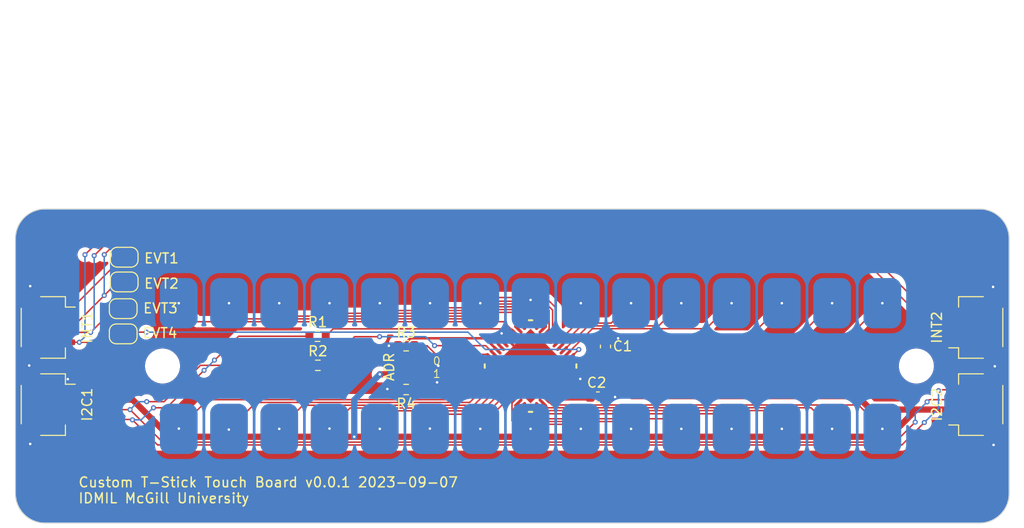
<source format=kicad_pcb>
(kicad_pcb (version 20221018) (generator pcbnew)
  (layers (0 "F.Cu" signal) (31 "B.Cu" signal) (34 "B.Paste" user) (35 "F.Paste" user) (36 "B.SilkS" user "B.Silkscreen") (37 "F.SilkS" user "F.Silkscreen") (38 "B.Mask" user) (39 "F.Mask" user) (44 "Edge.Cuts" user))
  (net 0 "")
  (net 1 "GND")
  (net 2 "+3V3")
  (net 3 "/SDA")
  (net 4 "/SCL")
  (net 5 "Net-(IC1-(INT)P0[1])")
  (net 6 "/EVT1")
  (net 7 "/EVT2")
  (net 8 "/EVT3")
  (net 9 "/EVT4")
  (net 10 "/TRILL_EVT")
  (net 11 "/ADDR0")
  (net 12 "/ADDR1")
  (net 13 "Net-(IC1-(PR{slash}SCL)P1[1])")
  (net 14 "Net-(IC1-(PR{slash}SDA)P1[0])")
  (net 15 "/TOUCH0")
  (net 16 "/TOUCH1")
  (net 17 "/TOUCH2")
  (net 18 "/TOUCH3")
  (net 19 "/TOUCH4")
  (net 20 "/TOUCH5")
  (net 21 "/TOUCH6")
  (net 22 "/TOUCH7")
  (net 23 "/TOUCH8")
  (net 24 "/TOUCH9")
  (net 25 "/TOUCH10")
  (net 26 "/TOUCH11")
  (net 27 "/TOUCH12")
  (net 28 "/TOUCH13")
  (net 29 "/TOUCH14")
  (net 30 "/TOUCH15")
  (net 31 "/TOUCH16")
  (net 32 "/TOUCH17")
  (net 33 "/TOUCH18")
  (net 34 "/TOUCH19")
  (net 35 "/TOUCH20")
  (net 36 "/TOUCH21")
  (net 37 "/TOUCH22")
  (net 38 "/TOUCH23")
  (net 39 "/TOUCH24")
  (net 40 "/TOUCH25")
  (net 41 "/TOUCH26")
  (net 42 "/TOUCH27")
  (net 43 "/TOUCH28")
  (net 44 "/TOUCH29")
  (net 45 "/RES")
  (footprint "Connector_JST:JST_SH_SM04B-SRSS-TB_1x04-1MP_P1.00mm_Horizontal" (layer "F.Cu") (at 174.3 86.85 90)
    (fp_text reference "INT2")
    (fp_text value "Conn_01x04")
  )
  (footprint "cap-touch-breakout:QFN48-LEADS" (layer "F.Cu") (at 129.25 90.75 -135)
    (fp_text reference "IC1" hide)
    (fp_text value "CY8C206X6A" hide)
  )
  (footprint "Capacitor_SMD:C_0603_1608Metric" (layer "F.Cu") (at 136.055 93.88)
    (fp_text reference "C2")
    (fp_text value "0.1uF")
  )
  (footprint "Jumper:SolderJumper-2_P1.3mm_Open_RoundedPad1.0x1.5mm" (layer "F.Cu") (at 88.075 84.95 180)
    (fp_text reference "JP3" hide)
    (fp_text value "SolderJumper_2_Open")
  )
  (footprint "Capacitor_SMD:C_0603_1608Metric" (layer "F.Cu") (at 136.825 88.775 90)
    (fp_text reference "C1")
    (fp_text value "2.2nF")
  )
  (footprint "MountingHole:MountingHole_3.2mm_M3_DIN965" (layer "F.Cu") (at 92.05 90.75)
    (fp_text reference "H2" hide)
    (fp_text value "MountingHole")
  )
  (footprint "Jumper:SolderJumper-2_P1.3mm_Open_RoundedPad1.0x1.5mm" (layer "F.Cu") (at 88.075 87.5 180)
    (fp_text reference "JP4" hide)
    (fp_text value "SolderJumper_2_Open")
  )
  (footprint "Resistor_SMD:R_0603_1608Metric" (layer "F.Cu") (at 107.72 87.74)
    (fp_text reference "R1")
    (fp_text value "100")
  )
  (footprint "Resistor_SMD:R_0603_1608Metric" (layer "F.Cu") (at 116.675 88.7 180)
    (fp_text reference "R3")
    (fp_text value "47k")
  )
  (footprint "Jumper:SolderJumper-2_P1.3mm_Open_RoundedPad1.0x1.5mm" (layer "F.Cu") (at 88.175 82.25 180)
    (fp_text reference "JP2" hide)
    (fp_text value "SolderJumper_2_Open")
  )
  (footprint "Connector_JST:JST_SH_SM04B-SRSS-TB_1x04-1MP_P1.00mm_Horizontal" (layer "F.Cu") (at 80.45 86.85 -90)
    (fp_text reference "INT1")
    (fp_text value "Conn_01x04")
  )
  (footprint "Resistor_SMD:R_0603_1608Metric" (layer "F.Cu") (at 116.675 93.125 180)
    (fp_text reference "R4")
    (fp_text value "47k")
  )
  (footprint "Resistor_SMD:R_0603_1608Metric" (layer "F.Cu") (at 107.75 90.68)
    (fp_text reference "R2")
    (fp_text value "100")
  )
  (footprint "cap-touch-breakout:DOUBLE_SOLDER_JUMPER" (layer "F.Cu") (at 116.3 91.6)
    (fp_text reference "JP1B1" hide)
    (fp_text value "Conn_01x03" hide)
  )
  (footprint "Connector_JST:JST_SH_SM04B-SRSS-TB_1x04-1MP_P1.00mm_Horizontal" (layer "F.Cu") (at 80.45 94.65 -90)
    (fp_text reference "I2C1")
    (fp_text value "Conn_01x04")
  )
  (footprint "cap-touch-breakout:DOUBLE_SOLDER_JUMPER" (layer "F.Cu") (at 116.29985 90.15)
    (fp_text reference "JP1A1" hide)
    (fp_text value "Conn_01x03" hide)
  )
  (footprint "Jumper:SolderJumper-2_P1.3mm_Open_RoundedPad1.0x1.5mm" (layer "F.Cu") (at 88.175 79.75 180)
    (fp_text reference "JP1" hide)
    (fp_text value "SolderJumper_2_Open")
  )
  (footprint "Connector_JST:JST_SH_SM04B-SRSS-TB_1x04-1MP_P1.00mm_Horizontal" (layer "F.Cu") (at 174.3 94.65 90)
    (fp_text reference "I2C2")
    (fp_text value "Conn_01x04")
  )
  (footprint "MountingHole:MountingHole_3.2mm_M3_DIN965" (layer "F.Cu") (at 168.25 90.75)
    (fp_text reference "H1" hide)
    (fp_text value "MountingHole")
  )
  (footprint "touch-sensors:TOUCHSENSORPAD" (layer "B.Cu") (at 129.25 90.75 180)
    (fp_text reference "TOUCH1" hide)
    (fp_text value "Conn_01x30")
  )
  (gr_arc (start 80.18 106.625) (mid 78.05868 105.74632) (end 77.18 103.625) (stroke (width 0.1)) (layer "Edge.Cuts"))
  (gr_line (start 177.63 103.625) (end 177.63 77.875) (stroke (width 0.1)) (layer "Edge.Cuts"))
  (gr_arc (start 174.63 74.875) (mid 176.75132 75.75368) (end 177.63 77.875) (stroke (width 0.1)) (layer "Edge.Cuts"))
  (gr_arc (start 177.63 103.625) (mid 176.75132 105.74632) (end 174.63 106.625) (stroke (width 0.1)) (layer "Edge.Cuts"))
  (gr_line (start 80.18 106.625) (end 174.63 106.625) (stroke (width 0.1)) (layer "Edge.Cuts"))
  (gr_line (start 77.18 103.625) (end 77.18 77.875) (stroke (width 0.1)) (layer "Edge.Cuts"))
  (gr_line (start 174.63 74.875) (end 80.18 74.875) (stroke (width 0.1)) (layer "Edge.Cuts"))
  (gr_arc (start 77.18 77.875) (mid 78.05868 75.75368) (end 80.18 74.875) (stroke (width 0.1)) (layer "Edge.Cuts"))
  (gr_text "EVT2" (at 90.11 83) (layer "F.SilkS") (effects (font (size 1 1)) (justify left bottom)))
  (gr_text "EVT4" (at 89.96 88) (layer "F.SilkS") (effects (font (size 1 1)) (justify left bottom)))
  (gr_text "Custom T-Stick Touch Board v0.0.1 2023-09-07\nIDMIL McGill University" (at 83.47 104.7) (layer "F.SilkS") (effects (font (size 1 1)) (justify left bottom)))
  (gr_text "EVT3" (at 90.01 85.5) (layer "F.SilkS") (effects (font (size 1 1)) (justify left bottom)))
  (gr_text "ADR" (at 115.54 92.36 90) (layer "F.SilkS") (effects (font (size 1 1)) (justify left bottom)))
  (gr_text "EVT1" (at 90.11 80.45) (layer "F.SilkS") (effects (font (size 1 1)) (justify left bottom)))
  (gr_text "0\n1" (at 119.32 92.01) (layer "F.SilkS") (effects (font (size 0.8 0.8) (thickness 0.1)) (justify left bottom)))
  (segment (start 176.175 84.05) (end 176.175 82.925) (width 0.254) (layer "F.Cu") (net 1))
  (segment (start 78.625 97.45) (end 78.725 97.55) (width 0.254) (layer "F.Cu") (net 1))
  (segment (start 129.25 90.75) (end 129.25 90.396447) (width 0.254) (layer "F.Cu") (net 1))
  (segment (start 133.731981 92.05) (end 134.275 92.05) (width 0.254) (layer "F.Cu") (net 1))
  (segment (start 78.575 91.85) (end 78.575 89.65) (width 0.254) (layer "F.Cu") (net 1))
  (segment (start 78.575 97.45) (end 78.625 97.45) (width 0.254) (layer "F.Cu") (net 1))
  (segment (start 118.7003 91.6) (end 119 91.6) (width 0.254) (layer "F.Cu") (net 1))
  (segment (start 119.35 90.15) (end 119.925 90.725) (width 0.254) (layer "F.Cu") (net 1))
  (segment (start 176.175 89.65) (end 176.175 90.775) (width 0.254) (layer "F.Cu") (net 1))
  (segment (start 126.951903 88.09835) (end 126.951903 88.076903) (width 0.254) (layer "F.Cu") (net 1))
  (segment (start 119 91.6) (end 119.8 92.4) (width 0.254) (layer "F.Cu") (net 1))
  (segment (start 137.79 93.88) (end 136.83 93.88) (width 0.254) (layer "F.Cu") (net 1))
  (segment (start 176.175 82.925) (end 176 82.75) (width 0.254) (layer "F.Cu") (net 1))
  (segment (start 133.315864 91.633883) (end 133.731981 92.05) (width 0.254) (layer "F.Cu") (net 1))
  (segment (start 126.951903 88.076903) (end 126.325 87.45) (width 0.254) (layer "F.Cu") (net 1))
  (segment (start 82.45 93.15) (end 82.45 92.1) (width 0.254) (layer "F.Cu") (net 1))
  (segment (start 129.25 90.396447) (end 126.951903 88.09835) (width 0.254) (layer "F.Cu") (net 1))
  (segment (start 78.725 97.55) (end 78.675 97.6) (width 0.254) (layer "F.Cu") (net 1))
  (segment (start 118.70015 90.15) (end 119.35 90.15) (width 0.254) (layer "F.Cu") (net 1))
  (segment (start 176.175 98.6) (end 176.05 98.725) (width 0.254) (layer "F.Cu") (net 1))
  (segment (start 78.575 84.05) (end 78.575 82.775) (width 0.254) (layer "F.Cu") (net 1))
  (segment (start 78.675 97.6) (end 78.675 98.625) (width 0.254) (layer "F.Cu") (net 1))
  (segment (start 114.825 93.125) (end 114.775 93.075) (width 0.254) (layer "F.Cu") (net 1))
  (segment (start 132.431981 90.75) (end 129.25 90.75) (width 0.254) (layer "F.Cu") (net 1))
  (segment (start 138.05 88) (end 138.1 87.95) (width 0.254) (layer "F.Cu") (net 1))
  (segment (start 115.85 93.125) (end 114.825 93.125) (width 0.254) (layer "F.Cu") (net 1))
  (segment (start 176.175 97.45) (end 176.175 98.6) (width 0.254) (layer "F.Cu") (net 1))
  (segment (start 82.45 92.1) (end 82.475 92.075) (width 0.254) (layer "F.Cu") (net 1))
  (segment (start 133.315864 91.633883) (end 132.431981 90.75) (width 0.254) (layer "F.Cu") (net 1))
  (segment (start 136.825 88) (end 138.05 88) (width 0.254) (layer "F.Cu") (net 1))
  (segment (start 115.85 88.7) (end 114.925 88.7) (width 0.254) (layer "F.Cu") (net 1))
  (segment (start 78.575 82.775) (end 78.675 82.675) (width 0.254) (layer "F.Cu") (net 1))
  (segment (start 176.175 91.85) (end 176.175 90.775) (width 0.254) (layer "F.Cu") (net 1))
  (via (at 78.575 90.7) (size 0.508) (drill 0.254) (layers "F.Cu" "B.Cu") (net 1))
  (via (at 176.05 98.725) (size 0.508) (drill 0.254) (layers "F.Cu" "B.Cu") (net 1))
  (via (at 82.475 92.075) (size 0.508) (drill 0.254) (layers "F.Cu" "B.Cu") (net 1))
  (via (at 176.175 90.775) (size 0.508) (drill 0.254) (layers "F.Cu" "B.Cu") (net 1))
  (via (at 138.1 87.95) (size 0.508) (drill 0.254) (layers "F.Cu" "B.Cu") (net 1))
  (via (at 78.675 98.625) (size 0.508) (drill 0.254) (layers "F.Cu" "B.Cu") (net 1))
  (via (at 134.275 92.05) (size 0.508) (drill 0.254) (layers "F.Cu" "B.Cu") (net 1))
  (via (at 114.925 88.7) (size 0.508) (drill 0.254) (layers "F.Cu" "B.Cu") (net 1))
  (via (at 137.79 93.88) (size 0.508) (drill 0.254) (layers "F.Cu" "B.Cu") (net 1))
  (via (at 119.8 92.4) (size 0.508) (drill 0.254) (layers "F.Cu" "B.Cu") (net 1))
  (via (at 78.675 82.675) (size 0.508) (drill 0.254) (layers "F.Cu" "B.Cu") (net 1))
  (via (at 114.775 93.075) (size 0.508) (drill 0.254) (layers "F.Cu" "B.Cu") (net 1))
  (via (at 176 82.75) (size 0.508) (drill 0.254) (layers "F.Cu" "B.Cu") (net 1))
  (via (at 126.325 87.45) (size 0.508) (drill 0.254) (layers "F.Cu" "B.Cu") (net 1))
  (via (at 119.925 90.725) (size 0.508) (drill 0.254) (layers "F.Cu" "B.Cu") (net 1))
  (segment (start 116.5294 88.517626) (end 116.5294 89.92045) (width 0.254) (layer "F.Cu") (net 2))
  (segment (start 161.187402 92.7051) (end 136.4549 92.7051) (width 0.635) (layer "F.Cu") (net 2))
  (segment (start 117.101426 87.9456) (end 116.5294 88.517626) (width 0.254) (layer "F.Cu") (net 2))
  (segment (start 125.891243 89.15901) (end 124.677833 87.9456) (width 0.254) (layer "F.Cu") (net 2))
  (segment (start 168.25 95.15) (end 165.5011 97.8989) (width 0.635) (layer "F.Cu") (net 2))
  (segment (start 116.29985 90.15) (end 116.29985 91.59985) (width 0.635) (layer "F.Cu") (net 2))
  (segment (start 131.553233 94.113893) (end 135.046107 94.113893) (width 0.254) (layer "F.Cu") (net 2))
  (segment (start 116.5294 89.92045) (end 116.29985 90.15) (width 0.254) (layer "F.Cu") (net 2))
  (segment (start 92.7689 97.8989) (end 89.02 94.15) (width 0.635) (layer "F.Cu") (net 2))
  (segment (start 172.3 95.15) (end 168.25 95.15) (width 0.635) (layer "F.Cu") (net 2))
  (segment (start 165.5011 97.8989) (end 92.7689 97.8989) (width 0.635) (layer "F.Cu") (net 2))
  (segment (start 136.4549 92.7051) (end 135.28 93.88) (width 0.635) (layer "F.Cu") (net 2))
  (segment (start 135.046107 94.113893) (end 135.28 93.88) (width 0.254) (layer "F.Cu") (net 2))
  (segment (start 116.29985 91.59985) (end 116.3 91.6) (width 0.635) (layer "F.Cu") (net 2))
  (segment (start 124.677833 87.9456) (end 117.101426 87.9456) (width 0.254) (layer "F.Cu") (net 2))
  (segment (start 116.29 91.59) (end 116.3 91.6) (width 0.635) (layer "F.Cu") (net 2))
  (segment (start 168.25 95.15) (end 163.632302 95.15) (width 0.635) (layer "F.Cu") (net 2))
  (segment (start 89.02 94.15) (end 82.45 94.15) (width 0.635) (layer "F.Cu") (net 2))
  (segment (start 131.194544 93.755204) (end 131.553233 94.113893) (width 0.254) (layer "F.Cu") (net 2))
  (segment (start 163.632302 95.15) (end 161.187402 92.7051) (width 0.635) (layer "F.Cu") (net 2))
  (segment (start 114.01 91.59) (end 116.29 91.59) (width 0.635) (layer "F.Cu") (net 2))
  (via (at 114.01 91.59) (size 0.508) (drill 0.254) (layers "F.Cu" "B.Cu") (net 2))
  (via (at 111.43 97.8989) (size 0.508) (drill 0.254) (layers "F.Cu" "B.Cu") (net 2))
  (segment (start 111.43 94.17) (end 114.01 91.59) (width 0.635) (layer "B.Cu") (net 2))
  (segment (start 111.43 97.8989) (end 111.43 94.17) (width 0.635) (layer "B.Cu") (net 2))
  (segment (start 92.055 98.445) (end 88.77 95.16) (width 0.1524) (layer "F.Cu") (net 3))
  (segment (start 82.46 95.16) (end 82.45 95.15) (width 0.1524) (layer "F.Cu") (net 3))
  (segment (start 88.77 95.16) (end 82.46 95.16) (width 0.1524) (layer "F.Cu") (net 3))
  (segment (start 169.33 94.37) (end 169.55 94.15) (width 0.1524) (layer "F.Cu") (net 3))
  (segment (start 95.88 90.68) (end 106.925 90.68) (width 0.1524) (layer "F.Cu") (net 3))
  (segment (start 92.21 94.35) (end 95.88 90.68) (width 0.1524) (layer "F.Cu") (net 3))
  (segment (start 168.13 96.42) (end 166.105 98.445) (width 0.1524) (layer "F.Cu") (net 3))
  (segment (start 166.105 98.445) (end 92.055 98.445) (width 0.1524) (layer "F.Cu") (net 3))
  (segment (start 169.55 94.15) (end 172.3 94.15) (width 0.1524) (layer "F.Cu") (net 3))
  (segment (start 90.45 94.35) (end 92.21 94.35) (width 0.1524) (layer "F.Cu") (net 3))
  (via (at 88.77 95.16) (size 0.508) (drill 0.254) (layers "F.Cu" "B.Cu") (net 3))
  (via (at 169.33 94.37) (size 0.508) (drill 0.254) (layers "F.Cu" "B.Cu") (net 3))
  (via (at 168.13 96.42) (size 0.508) (drill 0.254) (layers "F.Cu" "B.Cu") (net 3))
  (via (at 90.45 94.35) (size 0.508) (drill 0.254) (layers "F.Cu" "B.Cu") (net 3))
  (segment (start 90.45 94.35) (end 89.58 94.35) (width 0.1524) (layer "B.Cu") (net 3))
  (segment (start 89.58 94.35) (end 88.77 95.16) (width 0.1524) (layer "B.Cu") (net 3))
  (segment (start 168.13 95.57) (end 168.13 96.42) (width 0.1524) (layer "B.Cu") (net 3))
  (segment (start 169.33 94.37) (end 168.13 95.57) (width 0.1524) (layer "B.Cu") (net 3))
  (segment (start 88.97 96.15) (end 89.01 96.19) (width 0.1524) (layer "F.Cu") (net 4))
  (segment (start 97.3 90.15) (end 97.33 90.15) (width 0.1524) (layer "F.Cu") (net 4))
  (segment (start 172.3 93.15) (end 170.58 93.15) (width 0.1524) (layer "F.Cu") (net 4))
  (segment (start 169.05 96.46) (end 166.7836 98.7264) (width 0.1524) (layer "F.Cu") (net 4))
  (segment (start 91.5464 98.7264) (end 89.01 96.19) (width 0.1524) (layer "F.Cu") (net 4))
  (segment (start 92.46 94.97) (end 96.25 91.18) (width 0.1524) (layer "F.Cu") (net 4))
  (segment (start 97.33 90.15) (end 99.74 87.74) (width 0.1524) (layer "F.Cu") (net 4))
  (segment (start 170.58 93.15) (end 170.49 93.24) (width 0.1524) (layer "F.Cu") (net 4))
  (segment (start 82.45 96.15) (end 88.97 96.15) (width 0.1524) (layer "F.Cu") (net 4))
  (segment (start 99.74 87.74) (end 106.895 87.74) (width 0.1524) (layer "F.Cu") (net 4))
  (segment (start 91.14 94.97) (end 92.46 94.97) (width 0.1524) (layer "F.Cu") (net 4))
  (segment (start 166.7836 98.7264) (end 91.5464 98.7264) (width 0.1524) (layer "F.Cu") (net 4))
  (via (at 170.49 93.24) (size 0.508) (drill 0.254) (layers "F.Cu" "B.Cu") (net 4))
  (via (at 89.01 96.19) (size 0.508) (drill 0.254) (layers "F.Cu" "B.Cu") (net 4))
  (via (at 169.05 96.46) (size 0.508) (drill 0.254) (layers "F.Cu" "B.Cu") (net 4))
  (via (at 96.25 91.18) (size 0.508) (drill 0.254) (layers "F.Cu" "B.Cu") (net 4))
  (via (at 97.3 90.15) (size 0.508) (drill 0.254) (layers "F.Cu" "B.Cu") (net 4))
  (via (at 91.14 94.97) (size 0.508) (drill 0.254) (layers "F.Cu" "B.Cu") (net 4))
  (segment (start 96.27 91.18) (end 97.3 90.15) (width 0.1524) (layer "B.Cu") (net 4))
  (segment (start 89.01 96.19) (end 89.89 96.19) (width 0.1524) (layer "B.Cu") (net 4))
  (segment (start 91.13 94.97) (end 91.14 94.97) (width 0.1524) (layer "B.Cu") (net 4))
  (segment (start 89.89 96.19) (end 91.12 94.96) (width 0.1524) (layer "B.Cu") (net 4))
  (segment (start 96.25 91.18) (end 96.27 91.18) (width 0.1524) (layer "B.Cu") (net 4))
  (segment (start 170.49 95.02) (end 169.05 96.46) (width 0.1524) (layer "B.Cu") (net 4))
  (segment (start 170.49 93.24) (end 170.49 95.02) (width 0.1524) (layer "B.Cu") (net 4))
  (segment (start 91.12 94.96) (end 91.13 94.97) (width 0.1524) (layer "B.Cu") (net 4))
  (segment (start 133.669417 91.28033) (end 135.399747 89.55) (width 0.1524) (layer "F.Cu") (net 5))
  (segment (start 135.399747 89.55) (end 136.825 89.55) (width 0.1524) (layer "F.Cu") (net 5))
  (segment (start 87.525 80.275) (end 87.525 79.75) (width 0.1524) (layer "F.Cu") (net 6))
  (segment (start 82.45 85.35) (end 87.525 80.275) (width 0.1524) (layer "F.Cu") (net 6))
  (segment (start 170.13 87.3) (end 170.13 87.21) (width 0.1524) (layer "F.Cu") (net 6))
  (segment (start 171.18 88.35) (end 170.13 87.3) (width 0.1524) (layer "F.Cu") (net 6))
  (segment (start 87.525 79.509802) (end 87.525 79.75) (width 0.1524) (layer "F.Cu") (net 6))
  (segment (start 161.7148 78.7948) (end 88.240002 78.7948) (width 0.1524) (layer "F.Cu") (net 6))
  (segment (start 170.13 87.21) (end 161.7148 78.7948) (width 0.1524) (layer "F.Cu") (net 6))
  (segment (start 172.3 88.35) (end 171.18 88.35) (width 0.1524) (layer "F.Cu") (net 6))
  (segment (start 88.240002 78.7948) (end 87.525 79.509802) (width 0.1524) (layer "F.Cu") (net 6))
  (segment (start 171.420631 87.35) (end 162.584031 78.5134) (width 0.1524) (layer "F.Cu") (net 7))
  (segment (start 172.3 87.35) (end 171.420631 87.35) (width 0.1524) (layer "F.Cu") (net 7))
  (segment (start 86.1575 83.6175) (end 87.525 82.25) (width 0.1524) (layer "F.Cu") (net 7))
  (segment (start 82.45 86.35) (end 83.425 86.35) (width 0.1524) (layer "F.Cu") (net 7))
  (segment (start 162.584031 78.5134) (end 87.1366 78.5134) (width 0.1524) (layer "F.Cu") (net 7))
  (segment (start 83.425 86.35) (end 86.1575 83.6175) (width 0.1524) (layer "F.Cu") (net 7))
  (segment (start 87.1366 78.5134) (end 86.16 79.49) (width 0.1524) (layer "F.Cu") (net 7))
  (via (at 86.1575 83.6175) (size 0.508) (drill 0.254) (layers "F.Cu" "B.Cu") (net 7))
  (via (at 86.16 79.49) (size 0.508) (drill 0.254) (layers "F.Cu" "B.Cu") (net 7))
  (segment (start 86.1575 79.4925) (end 86.1575 83.6175) (width 0.1524) (layer "B.Cu") (net 7))
  (segment (start 86.16 79.49) (end 86.1575 79.4925) (width 0.1524) (layer "B.Cu") (net 7))
  (segment (start 172.3 86.35) (end 172.022671 86.35) (width 0.1524) (layer "F.Cu") (net 8))
  (segment (start 163.904671 78.232) (end 86.498 78.232) (width 0.1524) (layer "F.Cu") (net 8))
  (segment (start 172.022671 86.35) (end 163.904671 78.232) (width 0.1524) (layer "F.Cu") (net 8))
  (segment (start 87.184802 84.95) (end 87.425 84.95) (width 0.1524) (layer "F.Cu") (net 8))
  (segment (start 84.784802 87.35) (end 87.184802 84.95) (width 0.1524) (layer "F.Cu") (net 8))
  (segment (start 86.498 78.232) (end 85.14 79.59) (width 0.1524) (layer "F.Cu") (net 8))
  (segment (start 82.45 87.35) (end 84.784802 87.35) (width 0.1524) (layer "F.Cu") (net 8))
  (via (at 84.784802 87.35) (size 0.508) (drill 0.254) (layers "F.Cu" "B.Cu") (net 8))
  (via (at 85.14 79.59) (size 0.508) (drill 0.254) (layers "F.Cu" "B.Cu") (net 8))
  (segment (start 85.14 86.994802) (end 84.784802 87.35) (width 0.1524) (layer "B.Cu") (net 8))
  (segment (start 85.14 79.59) (end 85.14 86.994802) (width 0.1524) (layer "B.Cu") (net 8))
  (segment (start 85.8 77.91) (end 164.86 77.91) (width 0.1524) (layer "F.Cu") (net 9))
  (segment (start 83.64 88.35) (end 86.575 88.35) (width 0.1524) (layer "F.Cu") (net 9))
  (segment (start 172.3 85.35) (end 164.86 77.91) (width 0.1524) (layer "F.Cu") (net 9))
  (segment (start 85.8 77.91) (end 84.21 79.5) (width 0.1524) (layer "F.Cu") (net 9))
  (segment (start 86.575 88.35) (end 87.425 87.5) (width 0.1524) (layer "F.Cu") (net 9))
  (segment (start 82.45 88.35) (end 83.64 88.35) (width 0.1524) (layer "F.Cu") (net 9))
  (via (at 84.21 79.5) (size 0.508) (drill 0.254) (layers "F.Cu" "B.Cu") (net 9))
  (via (at 83.64 88.35) (size 0.508) (drill 0.254) (layers "F.Cu" "B.Cu") (net 9))
  (segment (start 84.21 87.78) (end 83.64 88.35) (width 0.1524) (layer "B.Cu") (net 9))
  (segment (start 84.21 79.5) (end 84.21 87.78) (width 0.1524) (layer "B.Cu") (net 9))
  (segment (start 88.9 87.325) (end 88.725 87.5) (width 0.1524) (layer "F.Cu") (net 10))
  (segment (start 88.725 79.85) (end 88.825 79.75) (width 0.1524) (layer "F.Cu") (net 10))
  (segment (start 133.315864 89.866117) (end 133.333883 89.866117) (width 0.1524) (layer "F.Cu") (net 10))
  (segment (start 90.4 87.325) (end 88.9 87.325) (width 0.1524) (layer "F.Cu") (net 10))
  (segment (start 88.725 87.5) (end 88.725 79.85) (width 0.1524) (layer "F.Cu") (net 10))
  (segment (start 133.333883 89.866117) (end 134.125 89.075) (width 0.1524) (layer "F.Cu") (net 10))
  (via (at 134.125 89.075) (size 0.508) (drill 0.254) (layers "F.Cu" "B.Cu") (net 10))
  (via (at 90.4 87.325) (size 0.508) (drill 0.254) (layers "F.Cu" "B.Cu") (net 10))
  (segment (start 122.925 87.325) (end 90.4 87.325) (width 0.1524) (layer "B.Cu") (net 10))
  (segment (start 134.125 89.075) (end 124.675 89.075) (width 0.1524) (layer "B.Cu") (net 10))
  (segment (start 124.675 89.075) (end 122.925 87.325) (width 0.1524) (layer "B.Cu") (net 10))
  (segment (start 119.67 89.57) (end 124.888019 89.57) (width 0.1524) (layer "F.Cu") (net 11))
  (segment (start 117.5 90.2) (end 117.5 88.7) (width 0.1524) (layer "F.Cu") (net 11))
  (segment (start 124.888019 89.57) (end 125.184136 89.866117) (width 0.1524) (layer "F.Cu") (net 11))
  (segment (start 117.5 88.7) (end 118.8 88.7) (width 0.1524) (layer "F.Cu") (net 11))
  (segment (start 118.8 88.7) (end 119.67 89.57) (width 0.1524) (layer "F.Cu") (net 11))
  (segment (start 121.925253 93.125) (end 124.830583 90.21967) (width 0.1524) (layer "F.Cu") (net 12))
  (segment (start 117.5 93.125) (end 121.925253 93.125) (width 0.1524) (layer "F.Cu") (net 12))
  (segment (start 117.5 93.125) (end 117.5 91.65) (width 0.1524) (layer "F.Cu") (net 12))
  (segment (start 109.2942 86.9908) (end 108.545 87.74) (width 0.1524) (layer "F.Cu") (net 13))
  (segment (start 127.305456 87.744796) (end 126.55146 86.9908) (width 0.1524) (layer "F.Cu") (net 13))
  (segment (start 126.55146 86.9908) (end 109.2942 86.9908) (width 0.1524) (layer "F.Cu") (net 13))
  (segment (start 111.4713 87.7837) (end 108.575 90.68) (width 0.1524) (layer "F.Cu") (net 14))
  (segment (start 125.537689 89.512563) (end 124.715126 88.69) (width 0.1524) (layer "F.Cu") (net 14))
  (segment (start 113.99 87.7837) (end 111.4713 87.7837) (width 0.1524) (layer "F.Cu") (net 14))
  (segment (start 124.715126 88.69) (end 119.55 88.69) (width 0.1524) (layer "F.Cu") (net 14))
  (via (at 119.55 88.69) (size 0.508) (drill 0.254) (layers "F.Cu" "B.Cu") (net 14))
  (via (at 113.99 87.7837) (size 0.508) (drill 0.254) (layers "F.Cu" "B.Cu") (net 14))
  (segment (start 119.55 88.69) (end 118.6437 87.7837) (width 0.1524) (layer "B.Cu") (net 14))
  (segment (start 118.6437 87.7837) (end 113.99 87.7837) (width 0.1524) (layer "B.Cu") (net 14))
  (segment (start 93.7 97.075) (end 96.625 94.15) (width 0.1524) (layer "F.Cu") (net 15))
  (segment (start 121.960913 94.15) (end 124.830583 91.28033) (width 0.1524) (layer "F.Cu") (net 15))
  (segment (start 96.625 94.15) (end 121.960913 94.15) (width 0.1524) (layer "F.Cu") (net 15))
  (via (at 93.7 97.075) (size 0.508) (drill 0.254) (layers "F.Cu" "B.Cu") (net 15))
  (segment (start 93.69 97.085) (end 93.7 97.075) (width 0.1524) (layer "B.Cu") (net 15))
  (segment (start 93.69 97.1) (end 93.69 97.085) (width 0.1524) (layer "B.Cu") (net 15))
  (segment (start 101.4936 94.4314) (end 123.093726 94.4314) (width 0.1524) (layer "F.Cu") (net 16))
  (segment (start 98.75 97.175) (end 101.4936 94.4314) (width 0.1524) (layer "F.Cu") (net 16))
  (segment (start 123.093726 94.4314) (end 125.537689 91.987437) (width 0.1524) (layer "F.Cu") (net 16))
  (via (at 98.75 97.175) (size 0.508) (drill 0.254) (layers "F.Cu" "B.Cu") (net 16))
  (segment (start 98.77 97.155) (end 98.75 97.175) (width 0.1524) (layer "B.Cu") (net 16))
  (segment (start 98.77 97.1) (end 98.77 97.155) (width 0.1524) (layer "B.Cu") (net 16))
  (segment (start 125.891243 92.34099) (end 123.519433 94.7128) (width 0.1524) (layer "F.Cu") (net 17))
  (segment (start 123.519433 94.7128) (end 106.2372 94.7128) (width 0.1524) (layer "F.Cu") (net 17))
  (segment (start 106.2372 94.7128) (end 103.85 97.1) (width 0.1524) (layer "F.Cu") (net 17))
  (via (at 103.85 97.1) (size 0.508) (drill 0.254) (layers "F.Cu" "B.Cu") (net 17))
  (segment (start 108.925 97.075) (end 111.0058 94.9942) (width 0.1524) (layer "F.Cu") (net 18))
  (segment (start 111.0058 94.9942) (end 123.94514 94.9942) (width 0.1524) (layer "F.Cu") (net 18))
  (segment (start 123.94514 94.9942) (end 126.244796 92.694544) (width 0.1524) (layer "F.Cu") (net 18))
  (via (at 108.925 97.075) (size 0.508) (drill 0.254) (layers "F.Cu" "B.Cu") (net 18))
  (segment (start 108.93 97.08) (end 108.925 97.075) (width 0.1524) (layer "B.Cu") (net 18))
  (segment (start 108.93 97.1) (end 108.93 97.08) (width 0.1524) (layer "B.Cu") (net 18))
  (segment (start 126.59835 93.048097) (end 124.370847 95.2756) (width 0.1524) (layer "F.Cu") (net 19))
  (segment (start 115.8344 95.2756) (end 114.01 97.1) (width 0.1524) (layer "F.Cu") (net 19))
  (segment (start 124.370847 95.2756) (end 115.8344 95.2756) (width 0.1524) (layer "F.Cu") (net 19))
  (via (at 114.01 97.1) (size 0.508) (drill 0.254) (layers "F.Cu" "B.Cu") (net 19))
  (segment (start 124.728553 95.625) (end 126.951903 93.40165) (width 0.1524) (layer "F.Cu") (net 20))
  (segment (start 120.525 95.625) (end 124.728553 95.625) (width 0.1524) (layer "F.Cu") (net 20))
  (segment (start 119.075 97.075) (end 120.525 95.625) (width 0.1524) (layer "F.Cu") (net 20))
  (via (at 119.075 97.075) (size 0.508) (drill 0.254) (layers "F.Cu" "B.Cu") (net 20))
  (segment (start 119.09 97.1) (end 119.09 97.09) (width 0.1524) (layer "B.Cu") (net 20))
  (segment (start 119.09 97.09) (end 119.075 97.075) (width 0.1524) (layer "B.Cu") (net 20))
  (segment (start 124.17 96.89066) (end 124.17 97.1) (width 0.1524) (layer "F.Cu") (net 21))
  (segment (start 127.305456 93.755204) (end 124.17 96.89066) (width 0.1524) (layer "F.Cu") (net 21))
  (via (at 124.17 97.1) (size 0.508) (drill 0.254) (layers "F.Cu" "B.Cu") (net 21))
  (segment (start 127.37452 96.27452) (end 128.2 97.1) (width 0.1524) (layer "F.Cu") (net 22))
  (segment (start 128.2 97.1) (end 129.25 97.1) (width 0.1524) (layer "F.Cu") (net 22))
  (segment (start 127.65901 94.108757) (end 127.37452 94.393247) (width 0.1524) (layer "F.Cu") (net 22))
  (segment (start 127.37452 94.393247) (end 127.37452 96.27452) (width 0.1524) (layer "F.Cu") (net 22))
  (via (at 129.25 97.1) (size 0.508) (drill 0.254) (layers "F.Cu" "B.Cu") (net 22))
  (segment (start 133.8708 96.6408) (end 134.33 97.1) (width 0.1524) (layer "F.Cu") (net 23))
  (segment (start 127.728074 96.196926) (end 127.71148 96.21352) (width 0.1524) (layer "F.Cu") (net 23))
  (segment (start 128.012563 94.462311) (end 127.728074 94.7468) (width 0.1524) (layer "F.Cu") (net 23))
  (segment (start 127.71148 96.21352) (end 128.13876 96.6408) (width 0.1524) (layer "F.Cu") (net 23))
  (segment (start 128.13876 96.6408) (end 133.8708 96.6408) (width 0.1524) (layer "F.Cu") (net 23))
  (segment (start 127.728074 94.7468) (end 127.728074 96.196926) (width 0.1524) (layer "F.Cu") (net 23))
  (via (at 134.33 97.1) (size 0.508) (drill 0.254) (layers "F.Cu" "B.Cu") (net 23))
  (segment (start 128.366117 94.815864) (end 128.009474 95.172507) (width 0.1524) (layer "F.Cu") (net 24))
  (segment (start 128.009474 95.527235) (end 128.841639 96.3594) (width 0.1524) (layer "F.Cu") (net 24))
  (segment (start 128.009474 95.172507) (end 128.009474 95.527235) (width 0.1524) (layer "F.Cu") (net 24))
  (segment (start 128.841639 96.3594) (end 138.6694 96.3594) (width 0.1524) (layer "F.Cu") (net 24))
  (segment (start 138.6694 96.3594) (end 139.41 97.1) (width 0.1524) (layer "F.Cu") (net 24))
  (via (at 139.41 97.1) (size 0.508) (drill 0.254) (layers "F.Cu" "B.Cu") (net 24))
  (segment (start 128.71967 95.839471) (end 128.958199 96.078) (width 0.1524) (layer "F.Cu") (net 25))
  (segment (start 143.468 96.078) (end 144.49 97.1) (width 0.1524) (layer "F.Cu") (net 25))
  (segment (start 128.958199 96.078) (end 143.468 96.078) (width 0.1524) (layer "F.Cu") (net 25))
  (segment (start 128.71967 95.169417) (end 128.71967 95.839471) (width 0.1524) (layer "F.Cu") (net 25))
  (via (at 144.49 97.1) (size 0.508) (drill 0.254) (layers "F.Cu" "B.Cu") (net 25))
  (segment (start 130.185913 95.575) (end 148.045 95.575) (width 0.1524) (layer "F.Cu") (net 26))
  (segment (start 148.045 95.575) (end 149.57 97.1) (width 0.1524) (layer "F.Cu") (net 26))
  (segment (start 129.78033 95.169417) (end 130.185913 95.575) (width 0.1524) (layer "F.Cu") (net 26))
  (via (at 149.57 97.1) (size 0.508) (drill 0.254) (layers "F.Cu" "B.Cu") (net 26))
  (segment (start 152.8 95.25) (end 154.65 97.1) (width 0.1524) (layer "F.Cu") (net 27))
  (segment (start 130.133883 94.815864) (end 130.568019 95.25) (width 0.1524) (layer "F.Cu") (net 27))
  (segment (start 130.568019 95.25) (end 152.8 95.25) (width 0.1524) (layer "F.Cu") (net 27))
  (via (at 154.65 97.1) (size 0.508) (drill 0.254) (layers "F.Cu" "B.Cu") (net 27))
  (segment (start 130.487437 94.462311) (end 130.487437 94.462437) (width 0.1524) (layer "F.Cu") (net 28))
  (segment (start 157.5986 94.9686) (end 159.73 97.1) (width 0.1524) (layer "F.Cu") (net 28))
  (segment (start 130.9936 94.9686) (end 157.5986 94.9686) (width 0.1524) (layer "F.Cu") (net 28))
  (segment (start 130.487437 94.462437) (end 130.9936 94.9686) (width 0.1524) (layer "F.Cu") (net 28))
  (via (at 159.73 97.1) (size 0.508) (drill 0.254) (layers "F.Cu" "B.Cu") (net 28))
  (segment (start 162.3972 94.6872) (end 164.81 97.1) (width 0.1524) (layer "F.Cu") (net 29))
  (segment (start 131.419433 94.6872) (end 162.3972 94.6872) (width 0.1524) (layer "F.Cu") (net 29))
  (segment (start 130.84099 94.108757) (end 131.419433 94.6872) (width 0.1524) (layer "F.Cu") (net 29))
  (via (at 164.81 97.1) (size 0.508) (drill 0.254) (layers "F.Cu" "B.Cu") (net 29))
  (segment (start 136.9052 91.3948) (end 139.95 88.35) (width 0.1524) (layer "F.Cu") (net 30))
  (segment (start 160.86 88.35) (end 164.81 84.4) (width 0.1524) (layer "F.Cu") (net 30))
  (segment (start 136.396805 91.3948) (end 136.9052 91.3948) (width 0.1524) (layer "F.Cu") (net 30))
  (segment (start 139.95 88.35) (end 160.86 88.35) (width 0.1524) (layer "F.Cu") (net 30))
  (segment (start 132.255204 92.694544) (end 132.66066 93.1) (width 0.1524) (layer "F.Cu") (net 30))
  (segment (start 134.691605 93.1) (end 136.396805 91.3948) (width 0.1524) (layer "F.Cu") (net 30))
  (segment (start 132.66066 93.1) (end 134.691605 93.1) (width 0.1524) (layer "F.Cu") (net 30))
  (via (at 164.81 84.4) (size 0.508) (drill 0.254) (layers "F.Cu" "B.Cu") (net 30))
  (segment (start 159.725 84.4) (end 159.73 84.4) (width 0.1524) (layer "F.Cu") (net 31))
  (segment (start 136.317625 91.07602) (end 136.82602 91.07602) (width 0.1524) (layer "F.Cu") (net 31))
  (segment (start 156.0564 88.0686) (end 159.725 84.4) (width 0.1524) (layer "F.Cu") (net 31))
  (segment (start 133.086367 92.8186) (end 134.575045 92.8186) (width 0.1524) (layer "F.Cu") (net 31))
  (segment (start 134.575045 92.8186) (end 136.317625 91.07602) (width 0.1524) (layer "F.Cu") (net 31))
  (segment (start 140.7436 88.0686) (end 156.0564 88.0686) (width 0.1524) (layer "F.Cu") (net 31))
  (segment (start 136.82602 91.07602) (end 139.87704 88.025) (width 0.1524) (layer "F.Cu") (net 31))
  (segment (start 139.87704 88.025) (end 140.7 88.025) (width 0.1524) (layer "F.Cu") (net 31))
  (segment (start 140.7 88.025) (end 140.7436 88.0686) (width 0.1524) (layer "F.Cu") (net 31))
  (segment (start 132.608757 92.34099) (end 133.086367 92.8186) (width 0.1524) (layer "F.Cu") (net 31))
  (via (at 159.73 84.4) (size 0.508) (drill 0.254) (layers "F.Cu" "B.Cu") (net 31))
  (segment (start 132.962311 91.987437) (end 133.512074 92.5372) (width 0.1524) (layer "F.Cu") (net 32))
  (segment (start 136.470685 90.525) (end 136.97908 90.525) (width 0.1524) (layer "F.Cu") (net 32))
  (segment (start 154.65 84.55) (end 154.65 84.4) (width 0.1524) (layer "F.Cu") (net 32))
  (segment (start 134.458485 92.5372) (end 136.470685 90.525) (width 0.1524) (layer "F.Cu") (net 32))
  (segment (start 151.475 87.725) (end 154.65 84.55) (width 0.1524) (layer "F.Cu") (net 32))
  (segment (start 133.512074 92.5372) (end 134.458485 92.5372) (width 0.1524) (layer "F.Cu") (net 32))
  (segment (start 136.97908 90.525) (end 139.77908 87.725) (width 0.1524) (layer "F.Cu") (net 32))
  (segment (start 139.77908 87.725) (end 151.475 87.725) (width 0.1524) (layer "F.Cu") (net 32))
  (via (at 154.65 84.4) (size 0.508) (drill 0.254) (layers "F.Cu" "B.Cu") (net 32))
  (segment (start 146.995 86.975) (end 149.57 84.4) (width 0.1524) (layer "F.Cu") (net 33))
  (segment (start 132.962311 89.512563) (end 135.499874 86.975) (width 0.1524) (layer "F.Cu") (net 33))
  (segment (start 135.499874 86.975) (end 146.995 86.975) (width 0.1524) (layer "F.Cu") (net 33))
  (via (at 149.57 84.4) (size 0.508) (drill 0.254) (layers "F.Cu" "B.Cu") (net 33))
  (segment (start 135.074167 86.6936) (end 142.1964 86.6936) (width 0.1524) (layer "F.Cu") (net 34))
  (segment (start 142.1964 86.6936) (end 144.49 84.4) (width 0.1524) (layer "F.Cu") (net 34))
  (segment (start 132.608757 89.15901) (end 135.074167 86.6936) (width 0.1524) (layer "F.Cu") (net 34))
  (via (at 144.49 84.4) (size 0.508) (drill 0.254) (layers "F.Cu" "B.Cu") (net 34))
  (segment (start 132.255204 88.805456) (end 134.64846 86.4122) (width 0.1524) (layer "F.Cu") (net 35))
  (segment (start 137.3978 86.4122) (end 139.41 84.4) (width 0.1524) (layer "F.Cu") (net 35))
  (segment (start 134.64846 86.4122) (end 137.3978 86.4122) (width 0.1524) (layer "F.Cu") (net 35))
  (via (at 139.41 84.4) (size 0.508) (drill 0.254) (layers "F.Cu" "B.Cu") (net 35))
  (segment (start 134.33 86.023553) (end 134.33 84.4) (width 0.1524) (layer "F.Cu") (net 36))
  (segment (start 131.90165 88.451903) (end 134.33 86.023553) (width 0.1524) (layer "F.Cu") (net 36))
  (via (at 134.33 84.4) (size 0.508) (drill 0.254) (layers "F.Cu" "B.Cu") (net 36))
  (segment (start 131.832587 87.81386) (end 131.548097 88.09835) (width 0.1524) (layer "F.Cu") (net 37))
  (segment (start 131.0163 84.0663) (end 131.832587 84.882587) (width 0.1524) (layer "F.Cu") (net 37))
  (segment (start 129.25 84.0663) (end 131.0163 84.0663) (width 0.1524) (layer "F.Cu") (net 37))
  (segment (start 131.832587 84.882587) (end 131.832587 87.81386) (width 0.1524) (layer "F.Cu") (net 37))
  (via (at 129.25 84.0663) (size 0.508) (drill 0.254) (layers "F.Cu" "B.Cu") (net 37))
  (segment (start 129.059793 84.5255) (end 128.359293 83.825) (width 0.1524) (layer "F.Cu") (net 38))
  (segment (start 128.359293 83.825) (end 124.745 83.825) (width 0.1524) (layer "F.Cu") (net 38))
  (segment (start 131.479033 85.104033) (end 130.9 84.525) (width 0.1524) (layer "F.Cu") (net 38))
  (segment (start 131.479033 87.460307) (end 131.479033 85.104033) (width 0.1524) (layer "F.Cu") (net 38))
  (segment (start 130.15 84.525) (end 130.1495 84.5255) (width 0.1524) (layer "F.Cu") (net 38))
  (segment (start 124.745 83.825) (end 124.17 84.4) (width 0.1524) (layer "F.Cu") (net 38))
  (segment (start 131.194544 87.744796) (end 131.479033 87.460307) (width 0.1524) (layer "F.Cu") (net 38))
  (segment (start 130.1495 84.5255) (end 129.059793 84.5255) (width 0.1524) (layer "F.Cu") (net 38))
  (segment (start 130.15 84.525) (end 130.9 84.525) (width 0.1524) (layer "F.Cu") (net 38))
  (via (at 124.17 84.4) (size 0.508) (drill 0.254) (layers "F.Cu" "B.Cu") (net 38))
  (segment (start 131.125 85.14796) (end 130.78344 84.8064) (width 0.1524) (layer "F.Cu") (net 39))
  (segment (start 128.942733 84.8064) (end 128.336333 84.2) (width 0.1524) (layer "F.Cu") (net 39))
  (segment (start 130.84099 87.391243) (end 131.125 87.107233) (width 0.1524) (layer "F.Cu") (net 39))
  (segment (start 119.5492 84.8592) (end 119.09 84.4) (width 0.1524) (layer "F.Cu") (net 39))
  (segment (start 131.125 87.107233) (end 131.125 85.14796) (width 0.1524) (layer "F.Cu") (net 39))
  (segment (start 130.78344 84.8064) (end 128.942733 84.8064) (width 0.1524) (layer "F.Cu") (net 39))
  (segment (start 125.019407 84.2) (end 124.360207 84.8592) (width 0.1524) (layer "F.Cu") (net 39))
  (segment (start 124.360207 84.8592) (end 119.5492 84.8592) (width 0.1524) (layer "F.Cu") (net 39))
  (segment (start 128.336333 84.2) (end 125.019407 84.2) (width 0.1524) (layer "F.Cu") (net 39))
  (via (at 119.09 84.4) (size 0.508) (drill 0.254) (layers "F.Cu" "B.Cu") (net 39))
  (segment (start 128.826173 85.0878) (end 128.219773 84.4814) (width 0.1524) (layer "F.Cu") (net 40))
  (segment (start 114.7506 85.1406) (end 114.01 84.4) (width 0.1524) (layer "F.Cu") (net 40))
  (segment (start 130.4878 85.0878) (end 128.826173 85.0878) (width 0.1524) (layer "F.Cu") (net 40))
  (segment (start 124.476767 85.1406) (end 114.7506 85.1406) (width 0.1524) (layer "F.Cu") (net 40))
  (segment (start 130.825 86.700126) (end 130.825 85.425) (width 0.1524) (layer "F.Cu") (net 40))
  (segment (start 128.219773 84.4814) (end 125.135967 84.4814) (width 0.1524) (layer "F.Cu") (net 40))
  (segment (start 130.825 85.425) (end 130.4878 85.0878) (width 0.1524) (layer "F.Cu") (net 40))
  (segment (start 130.487437 87.037689) (end 130.825 86.700126) (width 0.1524) (layer "F.Cu") (net 40))
  (segment (start 125.135967 84.4814) (end 124.476767 85.1406) (width 0.1524) (layer "F.Cu") (net 40))
  (via (at 114.01 84.4) (size 0.508) (drill 0.254) (layers "F.Cu" "B.Cu") (net 40))
  (segment (start 109.952 85.422) (end 108.93 84.4) (width 0.1524) (layer "F.Cu") (net 41))
  (segment (start 130.418373 85.806173) (end 129.9814 85.3692) (width 0.1524) (layer "F.Cu") (net 41))
  (segment (start 124.593327 85.422) (end 109.952 85.422) (width 0.1524) (layer "F.Cu") (net 41))
  (segment (start 128.709613 85.3692) (end 128.103213 84.7628) (width 0.1524) (layer "F.Cu") (net 41))
  (segment (start 125.252527 84.7628) (end 124.593327 85.422) (width 0.1524) (layer "F.Cu") (net 41))
  (segment (start 130.418373 86.399646) (end 130.418373 85.806173) (width 0.1524) (layer "F.Cu") (net 41))
  (segment (start 130.133883 86.684136) (end 130.418373 86.399646) (width 0.1524) (layer "F.Cu") (net 41))
  (segment (start 129.9814 85.3692) (end 128.709613 85.3692) (width 0.1524) (layer "F.Cu") (net 41))
  (segment (start 128.103213 84.7628) (end 125.252527 84.7628) (width 0.1524) (layer "F.Cu") (net 41))
  (via (at 108.93 84.4) (size 0.508) (drill 0.254) (layers "F.Cu" "B.Cu") (net 41))
  (segment (start 127.986653 85.0442) (end 125.369087 85.0442) (width 0.1524) (layer "F.Cu") (net 42))
  (segment (start 129.78033 86.330583) (end 129.100347 85.6506) (width 0.1524) (layer "F.Cu") (net 42))
  (segment (start 128.593053 85.6506) (end 127.986653 85.0442) (width 0.1524) (layer "F.Cu") (net 42))
  (segment (start 125.369087 85.0442) (end 124.709887 85.7034) (width 0.1524) (layer "F.Cu") (net 42))
  (segment (start 124.709887 85.7034) (end 105.1534 85.7034) (width 0.1524) (layer "F.Cu") (net 42))
  (segment (start 105.1534 85.7034) (end 103.85 84.4) (width 0.1524) (layer "F.Cu") (net 42))
  (segment (start 129.100347 85.6506) (end 128.593053 85.6506) (width 0.1524) (layer "F.Cu") (net 42))
  (via (at 103.85 84.4) (size 0.508) (drill 0.254) (layers "F.Cu" "B.Cu") (net 42))
  (segment (start 128.71967 86.330583) (end 127.714687 85.3256) (width 0.1524) (layer "F.Cu") (net 43))
  (segment (start 100.3548 85.9848) (end 98.77 84.4) (width 0.1524) (layer "F.Cu") (net 43))
  (segment (start 125.485647 85.3256) (end 124.826447 85.9848) (width 0.1524) (layer "F.Cu") (net 43))
  (segment (start 124.826447 85.9848) (end 100.3548 85.9848) (width 0.1524) (layer "F.Cu") (net 43))
  (segment (start 127.714687 85.3256) (end 125.485647 85.3256) (width 0.1524) (layer "F.Cu") (net 43))
  (via (at 98.77 84.4) (size 0.508) (drill 0.254) (layers "F.Cu" "B.Cu") (net 43))
  (segment (start 127.65901 87.391243) (end 126.533967 86.2662) (width 0.1524) (layer "F.Cu") (net 44))
  (segment (start 126.533967 86.2662) (end 95.5562 86.2662) (width 0.1524) (layer "F.Cu") (net 44))
  (segment (start 95.5562 86.2662) (end 93.69 84.4) (width 0.1524) (layer "F.Cu") (net 44))
  (via (at 93.69 84.4) (size 0.508) (drill 0.254) (layers "F.Cu" "B.Cu") (net 44))
  (zone (net 1) (net_name "GND") (layers "F&B.Cu") (name "Ground Plane") (connect_pads (clearance 0.5)) (min_thickness 0.25) (fill yes (thermal_gap 0.5) (thermal_bridge_width 0.5))
    (polygon (pts (xy 76.49 74.5) (xy 76.64 107.12) (xy 178.11 106.89) (xy 178.35 74.42)))
  )
)
</source>
